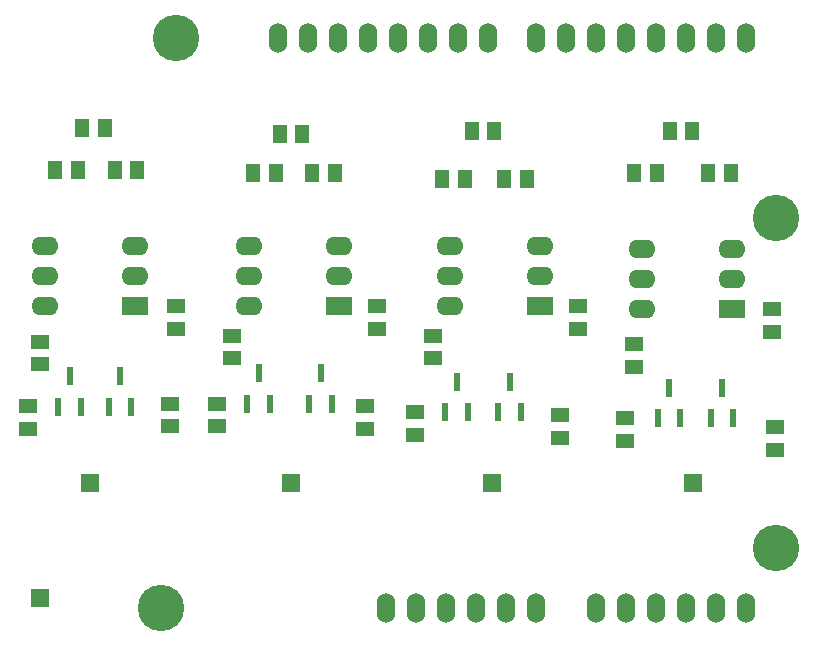
<source format=gts>
%FSLAX34Y34*%
G04 Gerber Fmt 3.4, Leading zero omitted, Abs format*
G04 (created by PCBNEW (2014-02-26 BZR 4721)-product) date Tuesday, 26 August 2014 11:02:49*
%MOIN*%
G01*
G70*
G90*
G04 APERTURE LIST*
%ADD10C,0.005906*%
%ADD11R,0.051200X0.059000*%
%ADD12R,0.090000X0.062000*%
%ADD13O,0.090000X0.062000*%
%ADD14R,0.060000X0.060000*%
%ADD15R,0.059000X0.051200*%
%ADD16O,0.060000X0.100000*%
%ADD17C,0.155000*%
%ADD18R,0.023600X0.059085*%
G04 APERTURE END LIST*
G54D10*
G54D11*
X29902Y-28937D03*
X29152Y-28937D03*
X23308Y-28740D03*
X22558Y-28740D03*
X36300Y-28838D03*
X35550Y-28838D03*
X42894Y-28838D03*
X42144Y-28838D03*
G54D12*
X31125Y-34661D03*
G54D13*
X31125Y-33661D03*
X31125Y-32661D03*
X28125Y-32661D03*
X28125Y-33661D03*
X28125Y-34661D03*
G54D12*
X24334Y-34661D03*
G54D13*
X24334Y-33661D03*
X24334Y-32661D03*
X21334Y-32661D03*
X21334Y-33661D03*
X21334Y-34661D03*
G54D12*
X37818Y-34661D03*
G54D13*
X37818Y-33661D03*
X37818Y-32661D03*
X34818Y-32661D03*
X34818Y-33661D03*
X34818Y-34661D03*
G54D12*
X44216Y-34759D03*
G54D13*
X44216Y-33759D03*
X44216Y-32759D03*
X41216Y-32759D03*
X41216Y-33759D03*
X41216Y-34759D03*
G54D14*
X29527Y-40551D03*
X22834Y-40551D03*
X36220Y-40551D03*
X42913Y-40551D03*
G54D15*
X31988Y-38760D03*
X31988Y-38010D03*
X25492Y-38662D03*
X25492Y-37912D03*
X38484Y-39056D03*
X38484Y-38306D03*
X27066Y-37912D03*
X27066Y-38662D03*
X20767Y-38010D03*
X20767Y-38760D03*
X33661Y-38207D03*
X33661Y-38957D03*
X32381Y-34664D03*
X32381Y-35414D03*
X25688Y-34664D03*
X25688Y-35414D03*
X39074Y-34664D03*
X39074Y-35414D03*
X27559Y-35648D03*
X27559Y-36398D03*
X21161Y-35845D03*
X21161Y-36595D03*
X34251Y-35648D03*
X34251Y-36398D03*
G54D11*
X29016Y-30216D03*
X28266Y-30216D03*
X22422Y-30118D03*
X21672Y-30118D03*
X35315Y-30413D03*
X34565Y-30413D03*
X30985Y-30216D03*
X30235Y-30216D03*
X24390Y-30118D03*
X23640Y-30118D03*
X37382Y-30413D03*
X36632Y-30413D03*
G54D15*
X45669Y-39449D03*
X45669Y-38699D03*
X40649Y-38404D03*
X40649Y-39154D03*
X45570Y-34762D03*
X45570Y-35512D03*
X40944Y-35943D03*
X40944Y-36693D03*
G54D11*
X41713Y-30216D03*
X40963Y-30216D03*
X44174Y-30216D03*
X43424Y-30216D03*
G54D16*
X44686Y-44739D03*
X43686Y-44739D03*
X42686Y-44739D03*
X39686Y-44739D03*
X40686Y-44739D03*
X41686Y-44739D03*
X37686Y-44739D03*
X36686Y-44739D03*
X35686Y-44739D03*
X33686Y-44739D03*
X32686Y-44739D03*
X44686Y-25739D03*
X43686Y-25739D03*
X42686Y-25739D03*
X41686Y-25739D03*
X40686Y-25739D03*
X39686Y-25739D03*
X38686Y-25739D03*
X37686Y-25739D03*
X36086Y-25739D03*
X35086Y-25739D03*
X34086Y-25739D03*
X33086Y-25739D03*
X32086Y-25739D03*
X31086Y-25739D03*
X30086Y-25739D03*
X29086Y-25739D03*
X34686Y-44739D03*
G54D17*
X45686Y-42739D03*
X45686Y-31739D03*
X25686Y-25739D03*
X25186Y-44739D03*
G54D14*
X21161Y-44389D03*
G54D18*
X28069Y-37916D03*
X28444Y-36887D03*
X28819Y-37916D03*
X21770Y-38014D03*
X22145Y-36985D03*
X22520Y-38014D03*
X34664Y-38211D03*
X35039Y-37182D03*
X35414Y-38211D03*
X30136Y-37916D03*
X30511Y-36887D03*
X30886Y-37916D03*
X23443Y-38014D03*
X23818Y-36985D03*
X24193Y-38014D03*
X36436Y-38211D03*
X36811Y-37182D03*
X37186Y-38211D03*
X41750Y-38408D03*
X42125Y-37379D03*
X42500Y-38408D03*
X43522Y-38408D03*
X43897Y-37379D03*
X44272Y-38408D03*
M02*

</source>
